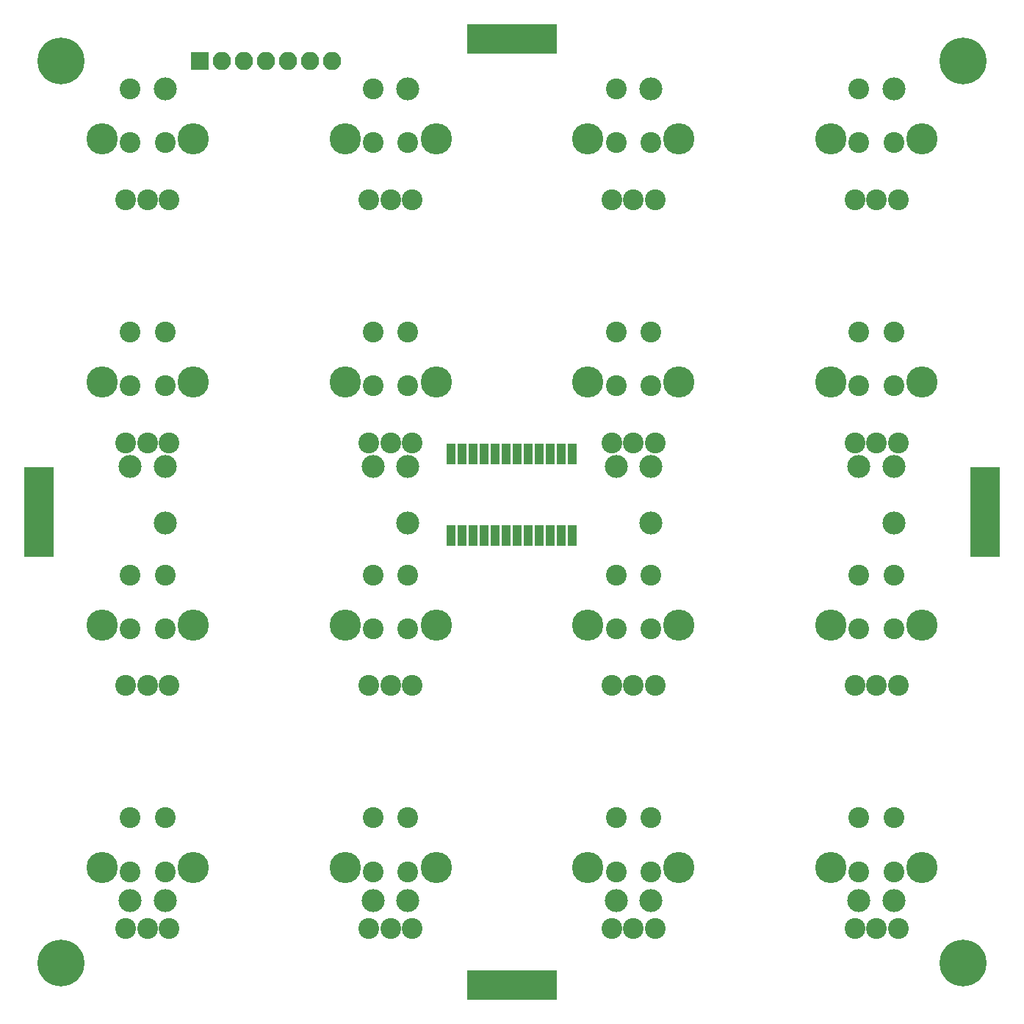
<source format=gbr>
G04 #@! TF.FileFunction,Soldermask,Bot*
%FSLAX46Y46*%
G04 Gerber Fmt 4.6, Leading zero omitted, Abs format (unit mm)*
G04 Created by KiCad (PCBNEW 4.0.6) date Tuesday, July 03, 2018 'PMt' 09:33:00 PM*
%MOMM*%
%LPD*%
G01*
G04 APERTURE LIST*
%ADD10C,0.100000*%
%ADD11C,2.398980*%
%ADD12C,3.600000*%
%ADD13C,2.647900*%
%ADD14C,5.400000*%
%ADD15R,2.100000X2.100000*%
%ADD16O,2.100000X2.100000*%
%ADD17R,3.400000X10.400000*%
%ADD18R,10.400000X3.400000*%
%ADD19R,1.000000X2.400000*%
G04 APERTURE END LIST*
D10*
D11*
X183000000Y-88450000D03*
X183000000Y-82250000D03*
X187000000Y-88450000D03*
X187000000Y-82250000D03*
X183000000Y-60450000D03*
X183000000Y-54250000D03*
X187000000Y-60450000D03*
X155000000Y-60450000D03*
X155000000Y-54250000D03*
X159000000Y-60450000D03*
X127000000Y-60450000D03*
X127000000Y-54250000D03*
X131000000Y-60450000D03*
X99000000Y-60450000D03*
X99000000Y-54250000D03*
X103000000Y-60450000D03*
D12*
X106250000Y-144000000D03*
D11*
X101000000Y-151000000D03*
X103500000Y-151000000D03*
X98500000Y-151000000D03*
D12*
X95750000Y-144000000D03*
X106250000Y-88000000D03*
D11*
X101000000Y-95000000D03*
X103500000Y-95000000D03*
X98500000Y-95000000D03*
D12*
X95750000Y-88000000D03*
D13*
X102998980Y-54252520D03*
X102998980Y-97747480D03*
X99001020Y-97747480D03*
D14*
X195000000Y-155000000D03*
X91000000Y-155000000D03*
X91000000Y-51000000D03*
X195000000Y-51000000D03*
D15*
X107000000Y-51000000D03*
D16*
X109540000Y-51000000D03*
X112080000Y-51000000D03*
X114620000Y-51000000D03*
X117160000Y-51000000D03*
X119700000Y-51000000D03*
X122240000Y-51000000D03*
D17*
X88500000Y-103000000D03*
D18*
X143000000Y-157500000D03*
D17*
X197500000Y-103000000D03*
D18*
X143000000Y-48500000D03*
D13*
X102998980Y-104252520D03*
X102998980Y-147747480D03*
X99001020Y-147747480D03*
X130998980Y-104252520D03*
X130998980Y-147747480D03*
X127001020Y-147747480D03*
X158998980Y-104252520D03*
X158998980Y-147747480D03*
X155001020Y-147747480D03*
X186998980Y-104252520D03*
X186998980Y-147747480D03*
X183001020Y-147747480D03*
X186998980Y-54252520D03*
X186998980Y-97747480D03*
X183001020Y-97747480D03*
X158998980Y-54252520D03*
X158998980Y-97747480D03*
X155001020Y-97747480D03*
X130998980Y-54252520D03*
X130998980Y-97747480D03*
X127001020Y-97747480D03*
D19*
X136015000Y-96300000D03*
X137285000Y-96300000D03*
X138555000Y-96300000D03*
X139825000Y-96300000D03*
X141095000Y-96300000D03*
X142365000Y-96300000D03*
X143635000Y-96300000D03*
X144905000Y-96300000D03*
X146175000Y-96300000D03*
X147445000Y-96300000D03*
X148715000Y-96300000D03*
X149985000Y-96300000D03*
X149985000Y-105700000D03*
X148715000Y-105700000D03*
X147445000Y-105700000D03*
X146175000Y-105700000D03*
X144905000Y-105700000D03*
X143635000Y-105700000D03*
X142365000Y-105700000D03*
X141095000Y-105700000D03*
X139825000Y-105700000D03*
X138555000Y-105700000D03*
X137285000Y-105700000D03*
X136015000Y-105700000D03*
D12*
X106250000Y-60000000D03*
D11*
X101000000Y-67000000D03*
X103500000Y-67000000D03*
X98500000Y-67000000D03*
D12*
X95750000Y-60000000D03*
X134250000Y-60000000D03*
D11*
X129000000Y-67000000D03*
X131500000Y-67000000D03*
X126500000Y-67000000D03*
D12*
X123750000Y-60000000D03*
X162250000Y-60000000D03*
D11*
X157000000Y-67000000D03*
X159500000Y-67000000D03*
X154500000Y-67000000D03*
D12*
X151750000Y-60000000D03*
X190250000Y-60000000D03*
D11*
X185000000Y-67000000D03*
X187500000Y-67000000D03*
X182500000Y-67000000D03*
D12*
X179750000Y-60000000D03*
X134250000Y-88000000D03*
D11*
X129000000Y-95000000D03*
X131500000Y-95000000D03*
X126500000Y-95000000D03*
D12*
X123750000Y-88000000D03*
X162250000Y-88000000D03*
D11*
X157000000Y-95000000D03*
X159500000Y-95000000D03*
X154500000Y-95000000D03*
D12*
X151750000Y-88000000D03*
X190250000Y-88000000D03*
D11*
X185000000Y-95000000D03*
X187500000Y-95000000D03*
X182500000Y-95000000D03*
D12*
X179750000Y-88000000D03*
X106250000Y-116000000D03*
D11*
X101000000Y-123000000D03*
X103500000Y-123000000D03*
X98500000Y-123000000D03*
D12*
X95750000Y-116000000D03*
X134250000Y-116000000D03*
D11*
X129000000Y-123000000D03*
X131500000Y-123000000D03*
X126500000Y-123000000D03*
D12*
X123750000Y-116000000D03*
X162250000Y-116000000D03*
D11*
X157000000Y-123000000D03*
X159500000Y-123000000D03*
X154500000Y-123000000D03*
D12*
X151750000Y-116000000D03*
X190250000Y-116000000D03*
D11*
X185000000Y-123000000D03*
X187500000Y-123000000D03*
X182500000Y-123000000D03*
D12*
X179750000Y-116000000D03*
X134250000Y-144000000D03*
D11*
X129000000Y-151000000D03*
X131500000Y-151000000D03*
X126500000Y-151000000D03*
D12*
X123750000Y-144000000D03*
X162250000Y-144000000D03*
D11*
X157000000Y-151000000D03*
X159500000Y-151000000D03*
X154500000Y-151000000D03*
D12*
X151750000Y-144000000D03*
X190250000Y-144000000D03*
D11*
X185000000Y-151000000D03*
X187500000Y-151000000D03*
X182500000Y-151000000D03*
D12*
X179750000Y-144000000D03*
D11*
X99000000Y-88450000D03*
X99000000Y-82250000D03*
X103000000Y-88450000D03*
X103000000Y-82250000D03*
X127000000Y-88450000D03*
X127000000Y-82250000D03*
X131000000Y-88450000D03*
X131000000Y-82250000D03*
X155000000Y-88450000D03*
X155000000Y-82250000D03*
X159000000Y-88450000D03*
X159000000Y-82250000D03*
X99000000Y-116450000D03*
X99000000Y-110250000D03*
X103000000Y-116450000D03*
X103000000Y-110250000D03*
X127000000Y-116450000D03*
X127000000Y-110250000D03*
X131000000Y-116450000D03*
X131000000Y-110250000D03*
X155000000Y-116450000D03*
X155000000Y-110250000D03*
X159000000Y-116450000D03*
X159000000Y-110250000D03*
X183000000Y-116450000D03*
X183000000Y-110250000D03*
X187000000Y-116450000D03*
X187000000Y-110250000D03*
X99000000Y-144450000D03*
X99000000Y-138250000D03*
X103000000Y-144450000D03*
X103000000Y-138250000D03*
X127000000Y-144450000D03*
X127000000Y-138250000D03*
X131000000Y-144450000D03*
X131000000Y-138250000D03*
X155000000Y-144450000D03*
X155000000Y-138250000D03*
X159000000Y-144450000D03*
X159000000Y-138250000D03*
X183000000Y-144450000D03*
X183000000Y-138250000D03*
X187000000Y-144450000D03*
X187000000Y-138250000D03*
M02*

</source>
